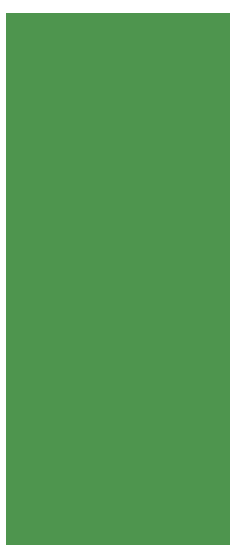
<source format=gbr>
*G04 Gerber written by EMPIRE*
G04 Layer: PCB*
%FSLAX34Y34*%
%MOMM*%
%ADD10C,0.00100*%
G54D10*
%INEMPIRE*%
%LPD*%
G36*
X0000Y100000D02*
X190000Y100000D01*
X190000Y-350000D01*
X0000Y-350000D01*
X0000Y100000D01*
G37*
%LPD*%
G36*
X175000Y3600D02*
X155000Y3600D01*
X175000Y3600D01*
X155000Y3600D01*
X175000Y3600D01*
G37*
%LPD*%
G36*
X175000Y-00000D02*
X155000Y-00000D01*
X175000Y-00000D01*
X155000Y-00000D01*
X175000Y-00000D01*
G37*
%LPD*%
G36*
X155000Y3600D02*
X175000Y3600D01*
X155000Y3600D01*
X175000Y3600D01*
X155000Y3600D01*
G37*
%LPD*%
G36*
X175000Y3600D02*
X155000Y3600D01*
X175000Y3600D01*
X155000Y3600D01*
X175000Y3600D01*
G37*
%LPD*%
G36*
X155000Y-00000D02*
X175000Y-00000D01*
X155000Y-00000D01*
X175000Y-00000D01*
X155000Y-00000D01*
G37*
%LPD*%
G36*
X155000Y-00000D02*
X175000Y-00000D01*
X155000Y-00000D01*
X175000Y-00000D01*
X155000Y-00000D01*
G37*
%LPD*%
G36*
X175000Y-00000D02*
X155000Y-00000D01*
X175000Y-00000D01*
X155000Y-00000D01*
X175000Y-00000D01*
G37*
%LPD*%
G36*
X155000Y3600D02*
X175000Y3600D01*
X155000Y3600D01*
X175000Y3600D01*
X155000Y3600D01*
G37*
%LPD*%
G36*
X175000Y-00000D02*
X165000Y3600D01*
X175000Y-00000D01*
X165000Y3600D01*
X175000Y-00000D01*
G37*
%LPD*%
G36*
X155000Y-00000D02*
X165000Y3600D01*
X155000Y-00000D01*
X165000Y3600D01*
X155000Y-00000D01*
G37*
%LPD*%
G36*
X175000Y-00000D02*
X165000Y3600D01*
X175000Y-00000D01*
X165000Y3600D01*
X175000Y-00000D01*
G37*
%LPD*%
G36*
X155000Y-00000D02*
X165000Y3600D01*
X155000Y-00000D01*
X165000Y3600D01*
X155000Y-00000D01*
G37*
%LPD*%
G36*
X155000Y-00000D02*
X155000Y3600D01*
X155000Y-00000D01*
X155000Y3600D01*
X155000Y-00000D01*
G37*
%LPD*%
G36*
X175000Y-00000D02*
X175000Y3600D01*
X175000Y-00000D01*
X175000Y3600D01*
X175000Y-00000D01*
G37*
%LPD*%
G36*
X175000Y3600D02*
X175000Y-00000D01*
X175000Y3600D01*
X175000Y-00000D01*
X175000Y3600D01*
G37*
%LPD*%
G36*
X175000Y-00000D02*
X175000Y3600D01*
X175000Y-00000D01*
X175000Y3600D01*
X175000Y-00000D01*
G37*
%LPD*%
G36*
X175000Y3600D02*
X175000Y-00000D01*
X175000Y3600D01*
X175000Y-00000D01*
X175000Y3600D01*
G37*
%LPD*%
G36*
X155000Y3600D02*
X155000Y-00000D01*
X155000Y3600D01*
X155000Y-00000D01*
X155000Y3600D01*
G37*
%LPD*%
G36*
X155000Y3600D02*
X155000Y-00000D01*
X155000Y3600D01*
X155000Y-00000D01*
X155000Y3600D01*
G37*
%LPD*%
G36*
X155000Y-00000D02*
X155000Y3600D01*
X155000Y-00000D01*
X155000Y3600D01*
X155000Y-00000D01*
G37*
%LPD*%
G36*
X175000Y-00000D02*
X175000Y-00000D01*
X175000Y-00000D01*
X175000Y-00000D01*
G37*
%LPD*%
G36*
X155000Y-00000D02*
X155000Y-00000D01*
X155000Y-00000D01*
X155000Y-00000D01*
G37*
%LPD*%
G36*
X175000Y3600D02*
X175000Y3600D01*
X175000Y3600D01*
X175000Y3600D01*
G37*
%LPD*%
G36*
X155000Y3600D02*
X155000Y3600D01*
X155000Y3600D01*
X155000Y3600D01*
G37*
%LPD*%
G36*
X175000Y3600D02*
X175000Y3600D01*
X175000Y3600D01*
X175000Y3600D01*
G37*
%LPD*%
G36*
X175000Y-00000D02*
X175000Y-00000D01*
X175000Y-00000D01*
X175000Y-00000D01*
G37*
%LPD*%
G36*
X155000Y-00000D02*
X155000Y-00000D01*
X155000Y-00000D01*
X155000Y-00000D01*
G37*
%LPD*%
G36*
X155000Y3600D02*
X155000Y3600D01*
X155000Y3600D01*
X155000Y3600D01*
G37*
M02*

</source>
